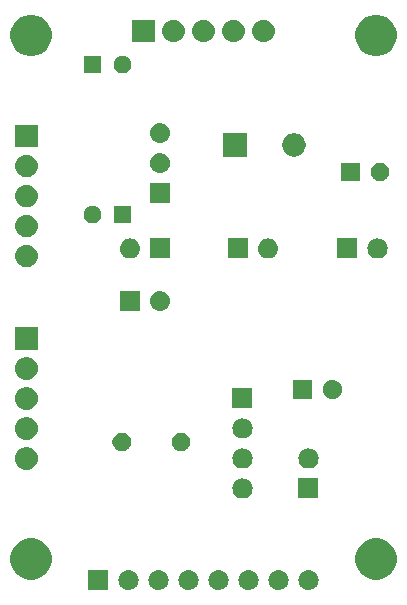
<source format=gbr>
G04 #@! TF.GenerationSoftware,KiCad,Pcbnew,(5.1.2-1)-1*
G04 #@! TF.CreationDate,2019-06-23T15:45:02-04:00*
G04 #@! TF.ProjectId,GR_555_DEV1.0,47525f35-3535-45f4-9445-56312e302e6b,rev?*
G04 #@! TF.SameCoordinates,Original*
G04 #@! TF.FileFunction,Soldermask,Bot*
G04 #@! TF.FilePolarity,Negative*
%FSLAX46Y46*%
G04 Gerber Fmt 4.6, Leading zero omitted, Abs format (unit mm)*
G04 Created by KiCad (PCBNEW (5.1.2-1)-1) date 2019-06-23 15:45:02*
%MOMM*%
%LPD*%
G04 APERTURE LIST*
%ADD10C,0.100000*%
G04 APERTURE END LIST*
D10*
G36*
X192698633Y-111303300D02*
G01*
X192826810Y-111342182D01*
X192858855Y-111351903D01*
X192898319Y-111372997D01*
X193006518Y-111430830D01*
X193135948Y-111537052D01*
X193242170Y-111666482D01*
X193272012Y-111722314D01*
X193321097Y-111814145D01*
X193321097Y-111814146D01*
X193369700Y-111974367D01*
X193386112Y-112141000D01*
X193369700Y-112307633D01*
X193330818Y-112435810D01*
X193321097Y-112467855D01*
X193300003Y-112507319D01*
X193242170Y-112615518D01*
X193135948Y-112744948D01*
X193006518Y-112851170D01*
X192898319Y-112909003D01*
X192858855Y-112930097D01*
X192826810Y-112939818D01*
X192698633Y-112978700D01*
X192573753Y-112991000D01*
X192490247Y-112991000D01*
X192365367Y-112978700D01*
X192237190Y-112939818D01*
X192205145Y-112930097D01*
X192165681Y-112909003D01*
X192057482Y-112851170D01*
X191928052Y-112744948D01*
X191821830Y-112615518D01*
X191763997Y-112507319D01*
X191742903Y-112467855D01*
X191733182Y-112435810D01*
X191694300Y-112307633D01*
X191677888Y-112141000D01*
X191694300Y-111974367D01*
X191742903Y-111814146D01*
X191742903Y-111814145D01*
X191791988Y-111722314D01*
X191821830Y-111666482D01*
X191928052Y-111537052D01*
X192057482Y-111430830D01*
X192165681Y-111372997D01*
X192205145Y-111351903D01*
X192237190Y-111342182D01*
X192365367Y-111303300D01*
X192490247Y-111291000D01*
X192573753Y-111291000D01*
X192698633Y-111303300D01*
X192698633Y-111303300D01*
G37*
G36*
X190158633Y-111303300D02*
G01*
X190286810Y-111342182D01*
X190318855Y-111351903D01*
X190358319Y-111372997D01*
X190466518Y-111430830D01*
X190595948Y-111537052D01*
X190702170Y-111666482D01*
X190732012Y-111722314D01*
X190781097Y-111814145D01*
X190781097Y-111814146D01*
X190829700Y-111974367D01*
X190846112Y-112141000D01*
X190829700Y-112307633D01*
X190790818Y-112435810D01*
X190781097Y-112467855D01*
X190760003Y-112507319D01*
X190702170Y-112615518D01*
X190595948Y-112744948D01*
X190466518Y-112851170D01*
X190358319Y-112909003D01*
X190318855Y-112930097D01*
X190286810Y-112939818D01*
X190158633Y-112978700D01*
X190033753Y-112991000D01*
X189950247Y-112991000D01*
X189825367Y-112978700D01*
X189697190Y-112939818D01*
X189665145Y-112930097D01*
X189625681Y-112909003D01*
X189517482Y-112851170D01*
X189388052Y-112744948D01*
X189281830Y-112615518D01*
X189223997Y-112507319D01*
X189202903Y-112467855D01*
X189193182Y-112435810D01*
X189154300Y-112307633D01*
X189137888Y-112141000D01*
X189154300Y-111974367D01*
X189202903Y-111814146D01*
X189202903Y-111814145D01*
X189251988Y-111722314D01*
X189281830Y-111666482D01*
X189388052Y-111537052D01*
X189517482Y-111430830D01*
X189625681Y-111372997D01*
X189665145Y-111351903D01*
X189697190Y-111342182D01*
X189825367Y-111303300D01*
X189950247Y-111291000D01*
X190033753Y-111291000D01*
X190158633Y-111303300D01*
X190158633Y-111303300D01*
G37*
G36*
X187618633Y-111303300D02*
G01*
X187746810Y-111342182D01*
X187778855Y-111351903D01*
X187818319Y-111372997D01*
X187926518Y-111430830D01*
X188055948Y-111537052D01*
X188162170Y-111666482D01*
X188192012Y-111722314D01*
X188241097Y-111814145D01*
X188241097Y-111814146D01*
X188289700Y-111974367D01*
X188306112Y-112141000D01*
X188289700Y-112307633D01*
X188250818Y-112435810D01*
X188241097Y-112467855D01*
X188220003Y-112507319D01*
X188162170Y-112615518D01*
X188055948Y-112744948D01*
X187926518Y-112851170D01*
X187818319Y-112909003D01*
X187778855Y-112930097D01*
X187746810Y-112939818D01*
X187618633Y-112978700D01*
X187493753Y-112991000D01*
X187410247Y-112991000D01*
X187285367Y-112978700D01*
X187157190Y-112939818D01*
X187125145Y-112930097D01*
X187085681Y-112909003D01*
X186977482Y-112851170D01*
X186848052Y-112744948D01*
X186741830Y-112615518D01*
X186683997Y-112507319D01*
X186662903Y-112467855D01*
X186653182Y-112435810D01*
X186614300Y-112307633D01*
X186597888Y-112141000D01*
X186614300Y-111974367D01*
X186662903Y-111814146D01*
X186662903Y-111814145D01*
X186711988Y-111722314D01*
X186741830Y-111666482D01*
X186848052Y-111537052D01*
X186977482Y-111430830D01*
X187085681Y-111372997D01*
X187125145Y-111351903D01*
X187157190Y-111342182D01*
X187285367Y-111303300D01*
X187410247Y-111291000D01*
X187493753Y-111291000D01*
X187618633Y-111303300D01*
X187618633Y-111303300D01*
G37*
G36*
X185078633Y-111303300D02*
G01*
X185206810Y-111342182D01*
X185238855Y-111351903D01*
X185278319Y-111372997D01*
X185386518Y-111430830D01*
X185515948Y-111537052D01*
X185622170Y-111666482D01*
X185652012Y-111722314D01*
X185701097Y-111814145D01*
X185701097Y-111814146D01*
X185749700Y-111974367D01*
X185766112Y-112141000D01*
X185749700Y-112307633D01*
X185710818Y-112435810D01*
X185701097Y-112467855D01*
X185680003Y-112507319D01*
X185622170Y-112615518D01*
X185515948Y-112744948D01*
X185386518Y-112851170D01*
X185278319Y-112909003D01*
X185238855Y-112930097D01*
X185206810Y-112939818D01*
X185078633Y-112978700D01*
X184953753Y-112991000D01*
X184870247Y-112991000D01*
X184745367Y-112978700D01*
X184617190Y-112939818D01*
X184585145Y-112930097D01*
X184545681Y-112909003D01*
X184437482Y-112851170D01*
X184308052Y-112744948D01*
X184201830Y-112615518D01*
X184143997Y-112507319D01*
X184122903Y-112467855D01*
X184113182Y-112435810D01*
X184074300Y-112307633D01*
X184057888Y-112141000D01*
X184074300Y-111974367D01*
X184122903Y-111814146D01*
X184122903Y-111814145D01*
X184171988Y-111722314D01*
X184201830Y-111666482D01*
X184308052Y-111537052D01*
X184437482Y-111430830D01*
X184545681Y-111372997D01*
X184585145Y-111351903D01*
X184617190Y-111342182D01*
X184745367Y-111303300D01*
X184870247Y-111291000D01*
X184953753Y-111291000D01*
X185078633Y-111303300D01*
X185078633Y-111303300D01*
G37*
G36*
X182538633Y-111303300D02*
G01*
X182666810Y-111342182D01*
X182698855Y-111351903D01*
X182738319Y-111372997D01*
X182846518Y-111430830D01*
X182975948Y-111537052D01*
X183082170Y-111666482D01*
X183112012Y-111722314D01*
X183161097Y-111814145D01*
X183161097Y-111814146D01*
X183209700Y-111974367D01*
X183226112Y-112141000D01*
X183209700Y-112307633D01*
X183170818Y-112435810D01*
X183161097Y-112467855D01*
X183140003Y-112507319D01*
X183082170Y-112615518D01*
X182975948Y-112744948D01*
X182846518Y-112851170D01*
X182738319Y-112909003D01*
X182698855Y-112930097D01*
X182666810Y-112939818D01*
X182538633Y-112978700D01*
X182413753Y-112991000D01*
X182330247Y-112991000D01*
X182205367Y-112978700D01*
X182077190Y-112939818D01*
X182045145Y-112930097D01*
X182005681Y-112909003D01*
X181897482Y-112851170D01*
X181768052Y-112744948D01*
X181661830Y-112615518D01*
X181603997Y-112507319D01*
X181582903Y-112467855D01*
X181573182Y-112435810D01*
X181534300Y-112307633D01*
X181517888Y-112141000D01*
X181534300Y-111974367D01*
X181582903Y-111814146D01*
X181582903Y-111814145D01*
X181631988Y-111722314D01*
X181661830Y-111666482D01*
X181768052Y-111537052D01*
X181897482Y-111430830D01*
X182005681Y-111372997D01*
X182045145Y-111351903D01*
X182077190Y-111342182D01*
X182205367Y-111303300D01*
X182330247Y-111291000D01*
X182413753Y-111291000D01*
X182538633Y-111303300D01*
X182538633Y-111303300D01*
G37*
G36*
X179998633Y-111303300D02*
G01*
X180126810Y-111342182D01*
X180158855Y-111351903D01*
X180198319Y-111372997D01*
X180306518Y-111430830D01*
X180435948Y-111537052D01*
X180542170Y-111666482D01*
X180572012Y-111722314D01*
X180621097Y-111814145D01*
X180621097Y-111814146D01*
X180669700Y-111974367D01*
X180686112Y-112141000D01*
X180669700Y-112307633D01*
X180630818Y-112435810D01*
X180621097Y-112467855D01*
X180600003Y-112507319D01*
X180542170Y-112615518D01*
X180435948Y-112744948D01*
X180306518Y-112851170D01*
X180198319Y-112909003D01*
X180158855Y-112930097D01*
X180126810Y-112939818D01*
X179998633Y-112978700D01*
X179873753Y-112991000D01*
X179790247Y-112991000D01*
X179665367Y-112978700D01*
X179537190Y-112939818D01*
X179505145Y-112930097D01*
X179465681Y-112909003D01*
X179357482Y-112851170D01*
X179228052Y-112744948D01*
X179121830Y-112615518D01*
X179063997Y-112507319D01*
X179042903Y-112467855D01*
X179033182Y-112435810D01*
X178994300Y-112307633D01*
X178977888Y-112141000D01*
X178994300Y-111974367D01*
X179042903Y-111814146D01*
X179042903Y-111814145D01*
X179091988Y-111722314D01*
X179121830Y-111666482D01*
X179228052Y-111537052D01*
X179357482Y-111430830D01*
X179465681Y-111372997D01*
X179505145Y-111351903D01*
X179537190Y-111342182D01*
X179665367Y-111303300D01*
X179790247Y-111291000D01*
X179873753Y-111291000D01*
X179998633Y-111303300D01*
X179998633Y-111303300D01*
G37*
G36*
X177458633Y-111303300D02*
G01*
X177586810Y-111342182D01*
X177618855Y-111351903D01*
X177658319Y-111372997D01*
X177766518Y-111430830D01*
X177895948Y-111537052D01*
X178002170Y-111666482D01*
X178032012Y-111722314D01*
X178081097Y-111814145D01*
X178081097Y-111814146D01*
X178129700Y-111974367D01*
X178146112Y-112141000D01*
X178129700Y-112307633D01*
X178090818Y-112435810D01*
X178081097Y-112467855D01*
X178060003Y-112507319D01*
X178002170Y-112615518D01*
X177895948Y-112744948D01*
X177766518Y-112851170D01*
X177658319Y-112909003D01*
X177618855Y-112930097D01*
X177586810Y-112939818D01*
X177458633Y-112978700D01*
X177333753Y-112991000D01*
X177250247Y-112991000D01*
X177125367Y-112978700D01*
X176997190Y-112939818D01*
X176965145Y-112930097D01*
X176925681Y-112909003D01*
X176817482Y-112851170D01*
X176688052Y-112744948D01*
X176581830Y-112615518D01*
X176523997Y-112507319D01*
X176502903Y-112467855D01*
X176493182Y-112435810D01*
X176454300Y-112307633D01*
X176437888Y-112141000D01*
X176454300Y-111974367D01*
X176502903Y-111814146D01*
X176502903Y-111814145D01*
X176551988Y-111722314D01*
X176581830Y-111666482D01*
X176688052Y-111537052D01*
X176817482Y-111430830D01*
X176925681Y-111372997D01*
X176965145Y-111351903D01*
X176997190Y-111342182D01*
X177125367Y-111303300D01*
X177250247Y-111291000D01*
X177333753Y-111291000D01*
X177458633Y-111303300D01*
X177458633Y-111303300D01*
G37*
G36*
X175602000Y-112991000D02*
G01*
X173902000Y-112991000D01*
X173902000Y-111291000D01*
X175602000Y-111291000D01*
X175602000Y-112991000D01*
X175602000Y-112991000D01*
G37*
G36*
X198757456Y-108680251D02*
G01*
X199075937Y-108812170D01*
X199362561Y-109003687D01*
X199606313Y-109247439D01*
X199797830Y-109534063D01*
X199929749Y-109852544D01*
X199997000Y-110190641D01*
X199997000Y-110535359D01*
X199929749Y-110873456D01*
X199797830Y-111191937D01*
X199606313Y-111478561D01*
X199362561Y-111722313D01*
X199075937Y-111913830D01*
X198757456Y-112045749D01*
X198419360Y-112113000D01*
X198074640Y-112113000D01*
X197736544Y-112045749D01*
X197418063Y-111913830D01*
X197131439Y-111722313D01*
X196887687Y-111478561D01*
X196696170Y-111191937D01*
X196564251Y-110873456D01*
X196497000Y-110535359D01*
X196497000Y-110190641D01*
X196564251Y-109852544D01*
X196696170Y-109534063D01*
X196887687Y-109247439D01*
X197131439Y-109003687D01*
X197418063Y-108812170D01*
X197736544Y-108680251D01*
X198074640Y-108613000D01*
X198419360Y-108613000D01*
X198757456Y-108680251D01*
X198757456Y-108680251D01*
G37*
G36*
X169547456Y-108680251D02*
G01*
X169865937Y-108812170D01*
X170152561Y-109003687D01*
X170396313Y-109247439D01*
X170587830Y-109534063D01*
X170719749Y-109852544D01*
X170787000Y-110190641D01*
X170787000Y-110535359D01*
X170719749Y-110873456D01*
X170587830Y-111191937D01*
X170396313Y-111478561D01*
X170152561Y-111722313D01*
X169865937Y-111913830D01*
X169547456Y-112045749D01*
X169209360Y-112113000D01*
X168864640Y-112113000D01*
X168526544Y-112045749D01*
X168208063Y-111913830D01*
X167921439Y-111722313D01*
X167677687Y-111478561D01*
X167486170Y-111191937D01*
X167354251Y-110873456D01*
X167287000Y-110535359D01*
X167287000Y-110190641D01*
X167354251Y-109852544D01*
X167486170Y-109534063D01*
X167677687Y-109247439D01*
X167921439Y-109003687D01*
X168208063Y-108812170D01*
X168526544Y-108680251D01*
X168864640Y-108613000D01*
X169209360Y-108613000D01*
X169547456Y-108680251D01*
X169547456Y-108680251D01*
G37*
G36*
X187110633Y-103556300D02*
G01*
X187238810Y-103595182D01*
X187270855Y-103604903D01*
X187310319Y-103625997D01*
X187418518Y-103683830D01*
X187547948Y-103790052D01*
X187654170Y-103919482D01*
X187712003Y-104027682D01*
X187733097Y-104067145D01*
X187733097Y-104067146D01*
X187781700Y-104227367D01*
X187798112Y-104394000D01*
X187781700Y-104560633D01*
X187742818Y-104688810D01*
X187733097Y-104720855D01*
X187712003Y-104760319D01*
X187654170Y-104868518D01*
X187547948Y-104997948D01*
X187418518Y-105104170D01*
X187310319Y-105162003D01*
X187270855Y-105183097D01*
X187238810Y-105192818D01*
X187110633Y-105231700D01*
X186985753Y-105244000D01*
X186902247Y-105244000D01*
X186777367Y-105231700D01*
X186649190Y-105192818D01*
X186617145Y-105183097D01*
X186577681Y-105162003D01*
X186469482Y-105104170D01*
X186340052Y-104997948D01*
X186233830Y-104868518D01*
X186175997Y-104760319D01*
X186154903Y-104720855D01*
X186145182Y-104688810D01*
X186106300Y-104560633D01*
X186089888Y-104394000D01*
X186106300Y-104227367D01*
X186154903Y-104067146D01*
X186154903Y-104067145D01*
X186175997Y-104027681D01*
X186233830Y-103919482D01*
X186340052Y-103790052D01*
X186469482Y-103683830D01*
X186577682Y-103625997D01*
X186617145Y-103604903D01*
X186649190Y-103595182D01*
X186777367Y-103556300D01*
X186902247Y-103544000D01*
X186985753Y-103544000D01*
X187110633Y-103556300D01*
X187110633Y-103556300D01*
G37*
G36*
X193382000Y-105244000D02*
G01*
X191682000Y-105244000D01*
X191682000Y-103544000D01*
X193382000Y-103544000D01*
X193382000Y-105244000D01*
X193382000Y-105244000D01*
G37*
G36*
X168842232Y-100917746D02*
G01*
X168940960Y-100947695D01*
X169021306Y-100972067D01*
X169021308Y-100972068D01*
X169186345Y-101060282D01*
X169331001Y-101178999D01*
X169449718Y-101323655D01*
X169537932Y-101488692D01*
X169592254Y-101667768D01*
X169610596Y-101854000D01*
X169592254Y-102040232D01*
X169537932Y-102219308D01*
X169449718Y-102384345D01*
X169331001Y-102529001D01*
X169186345Y-102647718D01*
X169186343Y-102647719D01*
X169021306Y-102735933D01*
X168940960Y-102760305D01*
X168842232Y-102790254D01*
X168702665Y-102804000D01*
X168609335Y-102804000D01*
X168469768Y-102790254D01*
X168371040Y-102760305D01*
X168290694Y-102735933D01*
X168125657Y-102647719D01*
X168125655Y-102647718D01*
X167980999Y-102529001D01*
X167862282Y-102384345D01*
X167774068Y-102219308D01*
X167719746Y-102040232D01*
X167701404Y-101854000D01*
X167719746Y-101667768D01*
X167774068Y-101488692D01*
X167862282Y-101323655D01*
X167980999Y-101178999D01*
X168125655Y-101060282D01*
X168290692Y-100972068D01*
X168290694Y-100972067D01*
X168371040Y-100947695D01*
X168469768Y-100917746D01*
X168609335Y-100904000D01*
X168702665Y-100904000D01*
X168842232Y-100917746D01*
X168842232Y-100917746D01*
G37*
G36*
X187110633Y-101016300D02*
G01*
X187238810Y-101055182D01*
X187270855Y-101064903D01*
X187310319Y-101085997D01*
X187418518Y-101143830D01*
X187547948Y-101250052D01*
X187654170Y-101379482D01*
X187712003Y-101487682D01*
X187733097Y-101527145D01*
X187733097Y-101527146D01*
X187781700Y-101687367D01*
X187798112Y-101854000D01*
X187781700Y-102020633D01*
X187742818Y-102148810D01*
X187733097Y-102180855D01*
X187712544Y-102219306D01*
X187654170Y-102328518D01*
X187547948Y-102457948D01*
X187418518Y-102564170D01*
X187310319Y-102622003D01*
X187270855Y-102643097D01*
X187238810Y-102652818D01*
X187110633Y-102691700D01*
X186985753Y-102704000D01*
X186902247Y-102704000D01*
X186777367Y-102691700D01*
X186649190Y-102652818D01*
X186617145Y-102643097D01*
X186577681Y-102622003D01*
X186469482Y-102564170D01*
X186340052Y-102457948D01*
X186233830Y-102328518D01*
X186175456Y-102219306D01*
X186154903Y-102180855D01*
X186145182Y-102148810D01*
X186106300Y-102020633D01*
X186089888Y-101854000D01*
X186106300Y-101687367D01*
X186154903Y-101527146D01*
X186154903Y-101527145D01*
X186175997Y-101487682D01*
X186233830Y-101379482D01*
X186340052Y-101250052D01*
X186469482Y-101143830D01*
X186577681Y-101085997D01*
X186617145Y-101064903D01*
X186649190Y-101055182D01*
X186777367Y-101016300D01*
X186902247Y-101004000D01*
X186985753Y-101004000D01*
X187110633Y-101016300D01*
X187110633Y-101016300D01*
G37*
G36*
X192698633Y-101016300D02*
G01*
X192826810Y-101055182D01*
X192858855Y-101064903D01*
X192898319Y-101085997D01*
X193006518Y-101143830D01*
X193135948Y-101250052D01*
X193242170Y-101379482D01*
X193300003Y-101487682D01*
X193321097Y-101527145D01*
X193321097Y-101527146D01*
X193369700Y-101687367D01*
X193386112Y-101854000D01*
X193369700Y-102020633D01*
X193330818Y-102148810D01*
X193321097Y-102180855D01*
X193300544Y-102219306D01*
X193242170Y-102328518D01*
X193135948Y-102457948D01*
X193006518Y-102564170D01*
X192898319Y-102622003D01*
X192858855Y-102643097D01*
X192826810Y-102652818D01*
X192698633Y-102691700D01*
X192573753Y-102704000D01*
X192490247Y-102704000D01*
X192365367Y-102691700D01*
X192237190Y-102652818D01*
X192205145Y-102643097D01*
X192165681Y-102622003D01*
X192057482Y-102564170D01*
X191928052Y-102457948D01*
X191821830Y-102328518D01*
X191763456Y-102219306D01*
X191742903Y-102180855D01*
X191733182Y-102148810D01*
X191694300Y-102020633D01*
X191677888Y-101854000D01*
X191694300Y-101687367D01*
X191742903Y-101527146D01*
X191742903Y-101527145D01*
X191763997Y-101487682D01*
X191821830Y-101379482D01*
X191928052Y-101250052D01*
X192057482Y-101143830D01*
X192165681Y-101085997D01*
X192205145Y-101064903D01*
X192237190Y-101055182D01*
X192365367Y-101016300D01*
X192490247Y-101004000D01*
X192573753Y-101004000D01*
X192698633Y-101016300D01*
X192698633Y-101016300D01*
G37*
G36*
X176970351Y-99687743D02*
G01*
X177073300Y-99730386D01*
X177115943Y-99748049D01*
X177246971Y-99835600D01*
X177358400Y-99947029D01*
X177445951Y-100078057D01*
X177445951Y-100078058D01*
X177506257Y-100223649D01*
X177537000Y-100378207D01*
X177537000Y-100535793D01*
X177506257Y-100690351D01*
X177463614Y-100793300D01*
X177445951Y-100835943D01*
X177358400Y-100966971D01*
X177246971Y-101078400D01*
X177115943Y-101165951D01*
X177084439Y-101179000D01*
X176970351Y-101226257D01*
X176815793Y-101257000D01*
X176658207Y-101257000D01*
X176503649Y-101226257D01*
X176389561Y-101179000D01*
X176358057Y-101165951D01*
X176227029Y-101078400D01*
X176115600Y-100966971D01*
X176028049Y-100835943D01*
X176010386Y-100793300D01*
X175967743Y-100690351D01*
X175937000Y-100535793D01*
X175937000Y-100378207D01*
X175967743Y-100223649D01*
X176028049Y-100078058D01*
X176028049Y-100078057D01*
X176115600Y-99947029D01*
X176227029Y-99835600D01*
X176358057Y-99748049D01*
X176400700Y-99730386D01*
X176503649Y-99687743D01*
X176658207Y-99657000D01*
X176815793Y-99657000D01*
X176970351Y-99687743D01*
X176970351Y-99687743D01*
G37*
G36*
X181970351Y-99687743D02*
G01*
X182073300Y-99730386D01*
X182115943Y-99748049D01*
X182246971Y-99835600D01*
X182358400Y-99947029D01*
X182445951Y-100078057D01*
X182445951Y-100078058D01*
X182506257Y-100223649D01*
X182537000Y-100378207D01*
X182537000Y-100535793D01*
X182506257Y-100690351D01*
X182463614Y-100793300D01*
X182445951Y-100835943D01*
X182358400Y-100966971D01*
X182246971Y-101078400D01*
X182115943Y-101165951D01*
X182084439Y-101179000D01*
X181970351Y-101226257D01*
X181815793Y-101257000D01*
X181658207Y-101257000D01*
X181503649Y-101226257D01*
X181389561Y-101179000D01*
X181358057Y-101165951D01*
X181227029Y-101078400D01*
X181115600Y-100966971D01*
X181028049Y-100835943D01*
X181010386Y-100793300D01*
X180967743Y-100690351D01*
X180937000Y-100535793D01*
X180937000Y-100378207D01*
X180967743Y-100223649D01*
X181028049Y-100078058D01*
X181028049Y-100078057D01*
X181115600Y-99947029D01*
X181227029Y-99835600D01*
X181358057Y-99748049D01*
X181400700Y-99730386D01*
X181503649Y-99687743D01*
X181658207Y-99657000D01*
X181815793Y-99657000D01*
X181970351Y-99687743D01*
X181970351Y-99687743D01*
G37*
G36*
X168842232Y-98377746D02*
G01*
X168940960Y-98407695D01*
X169021306Y-98432067D01*
X169021308Y-98432068D01*
X169186345Y-98520282D01*
X169331001Y-98638999D01*
X169449718Y-98783655D01*
X169537932Y-98948692D01*
X169592254Y-99127768D01*
X169610596Y-99314000D01*
X169592254Y-99500232D01*
X169537932Y-99679308D01*
X169449718Y-99844345D01*
X169331001Y-99989001D01*
X169186345Y-100107718D01*
X169186343Y-100107719D01*
X169021306Y-100195933D01*
X168940960Y-100220305D01*
X168842232Y-100250254D01*
X168702665Y-100264000D01*
X168609335Y-100264000D01*
X168469768Y-100250254D01*
X168371040Y-100220305D01*
X168290694Y-100195933D01*
X168125657Y-100107719D01*
X168125655Y-100107718D01*
X167980999Y-99989001D01*
X167862282Y-99844345D01*
X167774068Y-99679308D01*
X167719746Y-99500232D01*
X167701404Y-99314000D01*
X167719746Y-99127768D01*
X167774068Y-98948692D01*
X167862282Y-98783655D01*
X167980999Y-98638999D01*
X168125655Y-98520282D01*
X168290692Y-98432068D01*
X168290694Y-98432067D01*
X168371040Y-98407695D01*
X168469768Y-98377746D01*
X168609335Y-98364000D01*
X168702665Y-98364000D01*
X168842232Y-98377746D01*
X168842232Y-98377746D01*
G37*
G36*
X187110633Y-98476300D02*
G01*
X187238810Y-98515182D01*
X187270855Y-98524903D01*
X187310319Y-98545997D01*
X187418518Y-98603830D01*
X187547948Y-98710052D01*
X187654170Y-98839482D01*
X187712003Y-98947682D01*
X187733097Y-98987145D01*
X187733097Y-98987146D01*
X187781700Y-99147367D01*
X187798112Y-99314000D01*
X187781700Y-99480633D01*
X187742818Y-99608810D01*
X187733097Y-99640855D01*
X187724467Y-99657000D01*
X187654170Y-99788518D01*
X187547948Y-99917948D01*
X187418518Y-100024170D01*
X187317701Y-100078057D01*
X187270855Y-100103097D01*
X187238810Y-100112818D01*
X187110633Y-100151700D01*
X186985753Y-100164000D01*
X186902247Y-100164000D01*
X186777367Y-100151700D01*
X186649190Y-100112818D01*
X186617145Y-100103097D01*
X186570299Y-100078057D01*
X186469482Y-100024170D01*
X186340052Y-99917948D01*
X186233830Y-99788518D01*
X186163533Y-99657000D01*
X186154903Y-99640855D01*
X186145182Y-99608810D01*
X186106300Y-99480633D01*
X186089888Y-99314000D01*
X186106300Y-99147367D01*
X186154903Y-98987146D01*
X186154903Y-98987145D01*
X186175997Y-98947682D01*
X186233830Y-98839482D01*
X186340052Y-98710052D01*
X186469482Y-98603830D01*
X186577681Y-98545997D01*
X186617145Y-98524903D01*
X186649190Y-98515182D01*
X186777367Y-98476300D01*
X186902247Y-98464000D01*
X186985753Y-98464000D01*
X187110633Y-98476300D01*
X187110633Y-98476300D01*
G37*
G36*
X168842232Y-95837746D02*
G01*
X168940960Y-95867695D01*
X169021306Y-95892067D01*
X169021308Y-95892068D01*
X169186345Y-95980282D01*
X169331001Y-96098999D01*
X169449718Y-96243655D01*
X169537932Y-96408692D01*
X169592254Y-96587768D01*
X169610596Y-96774000D01*
X169592254Y-96960232D01*
X169537932Y-97139308D01*
X169449718Y-97304345D01*
X169331001Y-97449001D01*
X169186345Y-97567718D01*
X169186343Y-97567719D01*
X169021306Y-97655933D01*
X168940960Y-97680305D01*
X168842232Y-97710254D01*
X168702665Y-97724000D01*
X168609335Y-97724000D01*
X168469768Y-97710254D01*
X168371040Y-97680305D01*
X168290694Y-97655933D01*
X168125657Y-97567719D01*
X168125655Y-97567718D01*
X167980999Y-97449001D01*
X167862282Y-97304345D01*
X167774068Y-97139308D01*
X167719746Y-96960232D01*
X167701404Y-96774000D01*
X167719746Y-96587768D01*
X167774068Y-96408692D01*
X167862282Y-96243655D01*
X167980999Y-96098999D01*
X168125655Y-95980282D01*
X168290692Y-95892068D01*
X168290694Y-95892067D01*
X168371040Y-95867695D01*
X168469768Y-95837746D01*
X168609335Y-95824000D01*
X168702665Y-95824000D01*
X168842232Y-95837746D01*
X168842232Y-95837746D01*
G37*
G36*
X187794000Y-97624000D02*
G01*
X186094000Y-97624000D01*
X186094000Y-95924000D01*
X187794000Y-95924000D01*
X187794000Y-97624000D01*
X187794000Y-97624000D01*
G37*
G36*
X192864000Y-96812000D02*
G01*
X191264000Y-96812000D01*
X191264000Y-95212000D01*
X192864000Y-95212000D01*
X192864000Y-96812000D01*
X192864000Y-96812000D01*
G37*
G36*
X194797351Y-95242743D02*
G01*
X194900300Y-95285386D01*
X194942943Y-95303049D01*
X195073971Y-95390600D01*
X195185400Y-95502029D01*
X195272951Y-95633057D01*
X195272951Y-95633058D01*
X195333257Y-95778649D01*
X195364000Y-95933207D01*
X195364000Y-96090793D01*
X195333257Y-96245351D01*
X195290614Y-96348300D01*
X195272951Y-96390943D01*
X195185400Y-96521971D01*
X195073971Y-96633400D01*
X194942943Y-96720951D01*
X194900300Y-96738614D01*
X194797351Y-96781257D01*
X194642793Y-96812000D01*
X194485207Y-96812000D01*
X194330649Y-96781257D01*
X194227700Y-96738614D01*
X194185057Y-96720951D01*
X194054029Y-96633400D01*
X193942600Y-96521971D01*
X193855049Y-96390943D01*
X193837386Y-96348300D01*
X193794743Y-96245351D01*
X193764000Y-96090793D01*
X193764000Y-95933207D01*
X193794743Y-95778649D01*
X193855049Y-95633058D01*
X193855049Y-95633057D01*
X193942600Y-95502029D01*
X194054029Y-95390600D01*
X194185057Y-95303049D01*
X194227700Y-95285386D01*
X194330649Y-95242743D01*
X194485207Y-95212000D01*
X194642793Y-95212000D01*
X194797351Y-95242743D01*
X194797351Y-95242743D01*
G37*
G36*
X168842232Y-93297746D02*
G01*
X168940960Y-93327695D01*
X169021306Y-93352067D01*
X169021308Y-93352068D01*
X169186345Y-93440282D01*
X169331001Y-93558999D01*
X169449718Y-93703655D01*
X169537932Y-93868692D01*
X169592254Y-94047768D01*
X169610596Y-94234000D01*
X169592254Y-94420232D01*
X169537932Y-94599308D01*
X169449718Y-94764345D01*
X169331001Y-94909001D01*
X169186345Y-95027718D01*
X169186343Y-95027719D01*
X169021306Y-95115933D01*
X168940960Y-95140305D01*
X168842232Y-95170254D01*
X168702665Y-95184000D01*
X168609335Y-95184000D01*
X168469768Y-95170254D01*
X168371040Y-95140305D01*
X168290694Y-95115933D01*
X168125657Y-95027719D01*
X168125655Y-95027718D01*
X167980999Y-94909001D01*
X167862282Y-94764345D01*
X167774068Y-94599308D01*
X167719746Y-94420232D01*
X167701404Y-94234000D01*
X167719746Y-94047768D01*
X167774068Y-93868692D01*
X167862282Y-93703655D01*
X167980999Y-93558999D01*
X168125655Y-93440282D01*
X168290692Y-93352068D01*
X168290694Y-93352067D01*
X168371040Y-93327695D01*
X168469768Y-93297746D01*
X168609335Y-93284000D01*
X168702665Y-93284000D01*
X168842232Y-93297746D01*
X168842232Y-93297746D01*
G37*
G36*
X169606000Y-92644000D02*
G01*
X167706000Y-92644000D01*
X167706000Y-90744000D01*
X169606000Y-90744000D01*
X169606000Y-92644000D01*
X169606000Y-92644000D01*
G37*
G36*
X178269000Y-89369000D02*
G01*
X176569000Y-89369000D01*
X176569000Y-87669000D01*
X178269000Y-87669000D01*
X178269000Y-89369000D01*
X178269000Y-89369000D01*
G37*
G36*
X180125633Y-87681300D02*
G01*
X180253810Y-87720182D01*
X180285855Y-87729903D01*
X180325319Y-87750997D01*
X180433518Y-87808830D01*
X180562948Y-87915052D01*
X180669170Y-88044482D01*
X180727003Y-88152681D01*
X180748097Y-88192145D01*
X180748097Y-88192146D01*
X180796700Y-88352367D01*
X180813112Y-88519000D01*
X180796700Y-88685633D01*
X180757818Y-88813810D01*
X180748097Y-88845855D01*
X180727003Y-88885319D01*
X180669170Y-88993518D01*
X180562948Y-89122948D01*
X180433518Y-89229170D01*
X180325318Y-89287003D01*
X180285855Y-89308097D01*
X180253810Y-89317818D01*
X180125633Y-89356700D01*
X180000753Y-89369000D01*
X179917247Y-89369000D01*
X179792367Y-89356700D01*
X179664190Y-89317818D01*
X179632145Y-89308097D01*
X179592681Y-89287003D01*
X179484482Y-89229170D01*
X179355052Y-89122948D01*
X179248830Y-88993518D01*
X179190997Y-88885319D01*
X179169903Y-88845855D01*
X179160182Y-88813810D01*
X179121300Y-88685633D01*
X179104888Y-88519000D01*
X179121300Y-88352367D01*
X179169903Y-88192146D01*
X179169903Y-88192145D01*
X179190997Y-88152682D01*
X179248830Y-88044482D01*
X179355052Y-87915052D01*
X179484482Y-87808830D01*
X179592682Y-87750997D01*
X179632145Y-87729903D01*
X179664190Y-87720182D01*
X179792367Y-87681300D01*
X179917247Y-87669000D01*
X180000753Y-87669000D01*
X180125633Y-87681300D01*
X180125633Y-87681300D01*
G37*
G36*
X168842232Y-83772746D02*
G01*
X168940960Y-83802695D01*
X169021306Y-83827067D01*
X169021308Y-83827068D01*
X169186345Y-83915282D01*
X169331001Y-84033999D01*
X169449718Y-84178655D01*
X169537932Y-84343692D01*
X169592254Y-84522768D01*
X169610596Y-84709000D01*
X169592254Y-84895232D01*
X169537932Y-85074308D01*
X169449718Y-85239345D01*
X169331001Y-85384001D01*
X169186345Y-85502718D01*
X169186343Y-85502719D01*
X169021306Y-85590933D01*
X168940960Y-85615305D01*
X168842232Y-85645254D01*
X168702665Y-85659000D01*
X168609335Y-85659000D01*
X168469768Y-85645254D01*
X168371040Y-85615305D01*
X168290694Y-85590933D01*
X168125657Y-85502719D01*
X168125655Y-85502718D01*
X167980999Y-85384001D01*
X167862282Y-85239345D01*
X167774068Y-85074308D01*
X167719746Y-84895232D01*
X167701404Y-84709000D01*
X167719746Y-84522768D01*
X167774068Y-84343692D01*
X167862282Y-84178655D01*
X167980999Y-84033999D01*
X168125655Y-83915282D01*
X168290692Y-83827068D01*
X168290694Y-83827067D01*
X168371040Y-83802695D01*
X168469768Y-83772746D01*
X168609335Y-83759000D01*
X168702665Y-83759000D01*
X168842232Y-83772746D01*
X168842232Y-83772746D01*
G37*
G36*
X196684000Y-84924000D02*
G01*
X194984000Y-84924000D01*
X194984000Y-83224000D01*
X196684000Y-83224000D01*
X196684000Y-84924000D01*
X196684000Y-84924000D01*
G37*
G36*
X198540633Y-83236300D02*
G01*
X198668810Y-83275182D01*
X198700855Y-83284903D01*
X198740319Y-83305997D01*
X198848518Y-83363830D01*
X198977948Y-83470052D01*
X199084170Y-83599482D01*
X199142003Y-83707681D01*
X199163097Y-83747145D01*
X199163097Y-83747146D01*
X199211700Y-83907367D01*
X199228112Y-84074000D01*
X199211700Y-84240633D01*
X199180437Y-84343692D01*
X199163097Y-84400855D01*
X199142003Y-84440318D01*
X199084170Y-84548518D01*
X198977948Y-84677948D01*
X198848518Y-84784170D01*
X198740319Y-84842003D01*
X198700855Y-84863097D01*
X198668810Y-84872818D01*
X198540633Y-84911700D01*
X198415753Y-84924000D01*
X198332247Y-84924000D01*
X198207367Y-84911700D01*
X198079190Y-84872818D01*
X198047145Y-84863097D01*
X198007681Y-84842003D01*
X197899482Y-84784170D01*
X197770052Y-84677948D01*
X197663830Y-84548518D01*
X197605997Y-84440318D01*
X197584903Y-84400855D01*
X197567563Y-84343692D01*
X197536300Y-84240633D01*
X197519888Y-84074000D01*
X197536300Y-83907367D01*
X197584903Y-83747146D01*
X197584903Y-83747145D01*
X197605997Y-83707681D01*
X197663830Y-83599482D01*
X197770052Y-83470052D01*
X197899482Y-83363830D01*
X198007681Y-83305997D01*
X198047145Y-83284903D01*
X198079190Y-83275182D01*
X198207367Y-83236300D01*
X198332247Y-83224000D01*
X198415753Y-83224000D01*
X198540633Y-83236300D01*
X198540633Y-83236300D01*
G37*
G36*
X189269633Y-83236300D02*
G01*
X189397810Y-83275182D01*
X189429855Y-83284903D01*
X189469319Y-83305997D01*
X189577518Y-83363830D01*
X189706948Y-83470052D01*
X189813170Y-83599482D01*
X189871003Y-83707681D01*
X189892097Y-83747145D01*
X189892097Y-83747146D01*
X189940700Y-83907367D01*
X189957112Y-84074000D01*
X189940700Y-84240633D01*
X189909437Y-84343692D01*
X189892097Y-84400855D01*
X189871003Y-84440318D01*
X189813170Y-84548518D01*
X189706948Y-84677948D01*
X189577518Y-84784170D01*
X189469319Y-84842003D01*
X189429855Y-84863097D01*
X189397810Y-84872818D01*
X189269633Y-84911700D01*
X189144753Y-84924000D01*
X189061247Y-84924000D01*
X188936367Y-84911700D01*
X188808190Y-84872818D01*
X188776145Y-84863097D01*
X188736681Y-84842003D01*
X188628482Y-84784170D01*
X188499052Y-84677948D01*
X188392830Y-84548518D01*
X188334997Y-84440318D01*
X188313903Y-84400855D01*
X188296563Y-84343692D01*
X188265300Y-84240633D01*
X188248888Y-84074000D01*
X188265300Y-83907367D01*
X188313903Y-83747146D01*
X188313903Y-83747145D01*
X188334997Y-83707681D01*
X188392830Y-83599482D01*
X188499052Y-83470052D01*
X188628482Y-83363830D01*
X188736681Y-83305997D01*
X188776145Y-83284903D01*
X188808190Y-83275182D01*
X188936367Y-83236300D01*
X189061247Y-83224000D01*
X189144753Y-83224000D01*
X189269633Y-83236300D01*
X189269633Y-83236300D01*
G37*
G36*
X187413000Y-84924000D02*
G01*
X185713000Y-84924000D01*
X185713000Y-83224000D01*
X187413000Y-83224000D01*
X187413000Y-84924000D01*
X187413000Y-84924000D01*
G37*
G36*
X177585633Y-83236300D02*
G01*
X177713810Y-83275182D01*
X177745855Y-83284903D01*
X177785319Y-83305997D01*
X177893518Y-83363830D01*
X178022948Y-83470052D01*
X178129170Y-83599482D01*
X178187003Y-83707681D01*
X178208097Y-83747145D01*
X178208097Y-83747146D01*
X178256700Y-83907367D01*
X178273112Y-84074000D01*
X178256700Y-84240633D01*
X178225437Y-84343692D01*
X178208097Y-84400855D01*
X178187003Y-84440318D01*
X178129170Y-84548518D01*
X178022948Y-84677948D01*
X177893518Y-84784170D01*
X177785319Y-84842003D01*
X177745855Y-84863097D01*
X177713810Y-84872818D01*
X177585633Y-84911700D01*
X177460753Y-84924000D01*
X177377247Y-84924000D01*
X177252367Y-84911700D01*
X177124190Y-84872818D01*
X177092145Y-84863097D01*
X177052681Y-84842003D01*
X176944482Y-84784170D01*
X176815052Y-84677948D01*
X176708830Y-84548518D01*
X176650997Y-84440319D01*
X176629903Y-84400855D01*
X176612563Y-84343692D01*
X176581300Y-84240633D01*
X176564888Y-84074000D01*
X176581300Y-83907367D01*
X176629903Y-83747146D01*
X176629903Y-83747145D01*
X176650997Y-83707681D01*
X176708830Y-83599482D01*
X176815052Y-83470052D01*
X176944482Y-83363830D01*
X177052681Y-83305997D01*
X177092145Y-83284903D01*
X177124190Y-83275182D01*
X177252367Y-83236300D01*
X177377247Y-83224000D01*
X177460753Y-83224000D01*
X177585633Y-83236300D01*
X177585633Y-83236300D01*
G37*
G36*
X180809000Y-84924000D02*
G01*
X179109000Y-84924000D01*
X179109000Y-83224000D01*
X180809000Y-83224000D01*
X180809000Y-84924000D01*
X180809000Y-84924000D01*
G37*
G36*
X168842232Y-81232746D02*
G01*
X168940960Y-81262695D01*
X169021306Y-81287067D01*
X169021308Y-81287068D01*
X169186345Y-81375282D01*
X169331001Y-81493999D01*
X169449718Y-81638655D01*
X169537932Y-81803692D01*
X169592254Y-81982768D01*
X169610596Y-82169000D01*
X169592254Y-82355232D01*
X169537932Y-82534308D01*
X169449718Y-82699345D01*
X169331001Y-82844001D01*
X169186345Y-82962718D01*
X169186343Y-82962719D01*
X169021306Y-83050933D01*
X168940960Y-83075305D01*
X168842232Y-83105254D01*
X168702665Y-83119000D01*
X168609335Y-83119000D01*
X168469768Y-83105254D01*
X168371040Y-83075305D01*
X168290694Y-83050933D01*
X168125657Y-82962719D01*
X168125655Y-82962718D01*
X167980999Y-82844001D01*
X167862282Y-82699345D01*
X167774068Y-82534308D01*
X167719746Y-82355232D01*
X167701404Y-82169000D01*
X167719746Y-81982768D01*
X167774068Y-81803692D01*
X167862282Y-81638655D01*
X167980999Y-81493999D01*
X168125655Y-81375282D01*
X168290692Y-81287068D01*
X168290694Y-81287067D01*
X168371040Y-81262695D01*
X168469768Y-81232746D01*
X168609335Y-81219000D01*
X168702665Y-81219000D01*
X168842232Y-81232746D01*
X168842232Y-81232746D01*
G37*
G36*
X177534000Y-81953800D02*
G01*
X176034000Y-81953800D01*
X176034000Y-80453800D01*
X177534000Y-80453800D01*
X177534000Y-81953800D01*
X177534000Y-81953800D01*
G37*
G36*
X174391029Y-80464653D02*
G01*
X174532401Y-80507538D01*
X174662692Y-80577179D01*
X174776895Y-80670905D01*
X174870621Y-80785108D01*
X174940262Y-80915399D01*
X174983147Y-81056771D01*
X174997628Y-81203800D01*
X174983147Y-81350829D01*
X174940262Y-81492201D01*
X174870621Y-81622492D01*
X174776895Y-81736695D01*
X174662692Y-81830421D01*
X174532401Y-81900062D01*
X174391029Y-81942947D01*
X174280839Y-81953800D01*
X174207161Y-81953800D01*
X174096971Y-81942947D01*
X173955599Y-81900062D01*
X173825308Y-81830421D01*
X173711105Y-81736695D01*
X173617379Y-81622492D01*
X173547738Y-81492201D01*
X173504853Y-81350829D01*
X173490372Y-81203800D01*
X173504853Y-81056771D01*
X173547738Y-80915399D01*
X173617379Y-80785108D01*
X173711105Y-80670905D01*
X173825308Y-80577179D01*
X173955599Y-80507538D01*
X174096971Y-80464653D01*
X174207161Y-80453800D01*
X174280839Y-80453800D01*
X174391029Y-80464653D01*
X174391029Y-80464653D01*
G37*
G36*
X168842232Y-78692746D02*
G01*
X168940960Y-78722695D01*
X169021306Y-78747067D01*
X169021308Y-78747068D01*
X169186345Y-78835282D01*
X169331001Y-78953999D01*
X169449718Y-79098655D01*
X169537932Y-79263692D01*
X169592254Y-79442768D01*
X169610596Y-79629000D01*
X169592254Y-79815232D01*
X169537932Y-79994308D01*
X169449718Y-80159345D01*
X169331001Y-80304001D01*
X169186345Y-80422718D01*
X169107890Y-80464653D01*
X169021306Y-80510933D01*
X168940960Y-80535305D01*
X168842232Y-80565254D01*
X168702665Y-80579000D01*
X168609335Y-80579000D01*
X168469768Y-80565254D01*
X168371040Y-80535305D01*
X168290694Y-80510933D01*
X168204110Y-80464653D01*
X168125655Y-80422718D01*
X167980999Y-80304001D01*
X167862282Y-80159345D01*
X167774068Y-79994308D01*
X167719746Y-79815232D01*
X167701404Y-79629000D01*
X167719746Y-79442768D01*
X167774068Y-79263692D01*
X167862282Y-79098655D01*
X167980999Y-78953999D01*
X168125655Y-78835282D01*
X168290692Y-78747068D01*
X168290694Y-78747067D01*
X168371040Y-78722695D01*
X168469768Y-78692746D01*
X168609335Y-78679000D01*
X168702665Y-78679000D01*
X168842232Y-78692746D01*
X168842232Y-78692746D01*
G37*
G36*
X180809000Y-80225000D02*
G01*
X179109000Y-80225000D01*
X179109000Y-78525000D01*
X180809000Y-78525000D01*
X180809000Y-80225000D01*
X180809000Y-80225000D01*
G37*
G36*
X196888000Y-78397000D02*
G01*
X195288000Y-78397000D01*
X195288000Y-76797000D01*
X196888000Y-76797000D01*
X196888000Y-78397000D01*
X196888000Y-78397000D01*
G37*
G36*
X198821351Y-76827743D02*
G01*
X198924300Y-76870386D01*
X198966943Y-76888049D01*
X199097971Y-76975600D01*
X199209400Y-77087029D01*
X199296951Y-77218057D01*
X199296951Y-77218058D01*
X199357257Y-77363649D01*
X199388000Y-77518207D01*
X199388000Y-77675793D01*
X199357257Y-77830351D01*
X199335565Y-77882719D01*
X199296951Y-77975943D01*
X199209400Y-78106971D01*
X199097971Y-78218400D01*
X198966943Y-78305951D01*
X198924300Y-78323614D01*
X198821351Y-78366257D01*
X198666793Y-78397000D01*
X198509207Y-78397000D01*
X198354649Y-78366257D01*
X198251700Y-78323614D01*
X198209057Y-78305951D01*
X198078029Y-78218400D01*
X197966600Y-78106971D01*
X197879049Y-77975943D01*
X197840435Y-77882719D01*
X197818743Y-77830351D01*
X197788000Y-77675793D01*
X197788000Y-77518207D01*
X197818743Y-77363649D01*
X197879049Y-77218058D01*
X197879049Y-77218057D01*
X197966600Y-77087029D01*
X198078029Y-76975600D01*
X198209057Y-76888049D01*
X198251700Y-76870386D01*
X198354649Y-76827743D01*
X198509207Y-76797000D01*
X198666793Y-76797000D01*
X198821351Y-76827743D01*
X198821351Y-76827743D01*
G37*
G36*
X168842232Y-76152746D02*
G01*
X168940960Y-76182695D01*
X169021306Y-76207067D01*
X169021308Y-76207068D01*
X169186345Y-76295282D01*
X169331001Y-76413999D01*
X169449718Y-76558655D01*
X169537932Y-76723692D01*
X169592254Y-76902768D01*
X169610596Y-77089000D01*
X169592254Y-77275232D01*
X169592252Y-77275237D01*
X169542592Y-77438948D01*
X169537932Y-77454308D01*
X169449718Y-77619345D01*
X169331001Y-77764001D01*
X169186345Y-77882718D01*
X169186343Y-77882719D01*
X169021306Y-77970933D01*
X168940960Y-77995305D01*
X168842232Y-78025254D01*
X168702665Y-78039000D01*
X168609335Y-78039000D01*
X168469768Y-78025254D01*
X168371040Y-77995305D01*
X168290694Y-77970933D01*
X168125657Y-77882719D01*
X168125655Y-77882718D01*
X167980999Y-77764001D01*
X167862282Y-77619345D01*
X167774068Y-77454308D01*
X167769409Y-77438948D01*
X167719748Y-77275237D01*
X167719746Y-77275232D01*
X167701404Y-77089000D01*
X167719746Y-76902768D01*
X167774068Y-76723692D01*
X167862282Y-76558655D01*
X167980999Y-76413999D01*
X168125655Y-76295282D01*
X168290692Y-76207068D01*
X168290694Y-76207067D01*
X168371040Y-76182695D01*
X168469768Y-76152746D01*
X168609335Y-76139000D01*
X168702665Y-76139000D01*
X168842232Y-76152746D01*
X168842232Y-76152746D01*
G37*
G36*
X180125633Y-75997300D02*
G01*
X180253810Y-76036182D01*
X180285855Y-76045903D01*
X180325318Y-76066997D01*
X180433518Y-76124830D01*
X180562948Y-76231052D01*
X180669170Y-76360482D01*
X180727003Y-76468681D01*
X180748097Y-76508145D01*
X180748097Y-76508146D01*
X180796700Y-76668367D01*
X180813112Y-76835000D01*
X180796700Y-77001633D01*
X180770197Y-77089000D01*
X180748097Y-77161855D01*
X180727003Y-77201319D01*
X180669170Y-77309518D01*
X180562948Y-77438948D01*
X180433518Y-77545170D01*
X180325318Y-77603003D01*
X180285855Y-77624097D01*
X180253810Y-77633818D01*
X180125633Y-77672700D01*
X180000753Y-77685000D01*
X179917247Y-77685000D01*
X179792367Y-77672700D01*
X179664190Y-77633818D01*
X179632145Y-77624097D01*
X179592682Y-77603003D01*
X179484482Y-77545170D01*
X179355052Y-77438948D01*
X179248830Y-77309518D01*
X179190997Y-77201319D01*
X179169903Y-77161855D01*
X179147803Y-77089000D01*
X179121300Y-77001633D01*
X179104888Y-76835000D01*
X179121300Y-76668367D01*
X179169903Y-76508146D01*
X179169903Y-76508145D01*
X179190997Y-76468681D01*
X179248830Y-76360482D01*
X179355052Y-76231052D01*
X179484482Y-76124830D01*
X179592682Y-76066997D01*
X179632145Y-76045903D01*
X179664190Y-76036182D01*
X179792367Y-75997300D01*
X179917247Y-75985000D01*
X180000753Y-75985000D01*
X180125633Y-75997300D01*
X180125633Y-75997300D01*
G37*
G36*
X191600689Y-74349429D02*
G01*
X191782678Y-74424811D01*
X191946463Y-74534249D01*
X192085751Y-74673537D01*
X192195189Y-74837322D01*
X192270571Y-75019311D01*
X192309000Y-75212509D01*
X192309000Y-75409491D01*
X192270571Y-75602689D01*
X192195189Y-75784678D01*
X192085751Y-75948463D01*
X191946463Y-76087751D01*
X191782678Y-76197189D01*
X191600689Y-76272571D01*
X191407491Y-76311000D01*
X191210509Y-76311000D01*
X191017311Y-76272571D01*
X190835322Y-76197189D01*
X190671537Y-76087751D01*
X190532249Y-75948463D01*
X190422811Y-75784678D01*
X190347429Y-75602689D01*
X190309000Y-75409491D01*
X190309000Y-75212509D01*
X190347429Y-75019311D01*
X190422811Y-74837322D01*
X190532249Y-74673537D01*
X190671537Y-74534249D01*
X190835322Y-74424811D01*
X191017311Y-74349429D01*
X191210509Y-74311000D01*
X191407491Y-74311000D01*
X191600689Y-74349429D01*
X191600689Y-74349429D01*
G37*
G36*
X187309000Y-76311000D02*
G01*
X185309000Y-76311000D01*
X185309000Y-74311000D01*
X187309000Y-74311000D01*
X187309000Y-76311000D01*
X187309000Y-76311000D01*
G37*
G36*
X169606000Y-75499000D02*
G01*
X167706000Y-75499000D01*
X167706000Y-73599000D01*
X169606000Y-73599000D01*
X169606000Y-75499000D01*
X169606000Y-75499000D01*
G37*
G36*
X180125633Y-73457300D02*
G01*
X180253810Y-73496182D01*
X180285855Y-73505903D01*
X180325318Y-73526997D01*
X180433518Y-73584830D01*
X180562948Y-73691052D01*
X180669170Y-73820482D01*
X180727003Y-73928682D01*
X180748097Y-73968145D01*
X180748097Y-73968146D01*
X180796700Y-74128367D01*
X180813112Y-74295000D01*
X180796700Y-74461633D01*
X180757818Y-74589810D01*
X180748097Y-74621855D01*
X180727003Y-74661318D01*
X180669170Y-74769518D01*
X180562948Y-74898948D01*
X180433518Y-75005170D01*
X180325319Y-75063003D01*
X180285855Y-75084097D01*
X180253810Y-75093818D01*
X180125633Y-75132700D01*
X180000753Y-75145000D01*
X179917247Y-75145000D01*
X179792367Y-75132700D01*
X179664190Y-75093818D01*
X179632145Y-75084097D01*
X179592682Y-75063003D01*
X179484482Y-75005170D01*
X179355052Y-74898948D01*
X179248830Y-74769518D01*
X179190997Y-74661318D01*
X179169903Y-74621855D01*
X179160182Y-74589810D01*
X179121300Y-74461633D01*
X179104888Y-74295000D01*
X179121300Y-74128367D01*
X179169903Y-73968146D01*
X179169903Y-73968145D01*
X179190997Y-73928682D01*
X179248830Y-73820482D01*
X179355052Y-73691052D01*
X179484482Y-73584830D01*
X179592682Y-73526997D01*
X179632145Y-73505903D01*
X179664190Y-73496182D01*
X179792367Y-73457300D01*
X179917247Y-73445000D01*
X180000753Y-73445000D01*
X180125633Y-73457300D01*
X180125633Y-73457300D01*
G37*
G36*
X174994000Y-69253800D02*
G01*
X173494000Y-69253800D01*
X173494000Y-67753800D01*
X174994000Y-67753800D01*
X174994000Y-69253800D01*
X174994000Y-69253800D01*
G37*
G36*
X176931029Y-67764653D02*
G01*
X177072401Y-67807538D01*
X177202692Y-67877179D01*
X177316895Y-67970905D01*
X177410621Y-68085108D01*
X177480262Y-68215399D01*
X177523147Y-68356771D01*
X177537628Y-68503800D01*
X177523147Y-68650829D01*
X177480262Y-68792201D01*
X177410621Y-68922492D01*
X177316895Y-69036695D01*
X177202692Y-69130421D01*
X177072401Y-69200062D01*
X176931029Y-69242947D01*
X176820839Y-69253800D01*
X176747161Y-69253800D01*
X176636971Y-69242947D01*
X176495599Y-69200062D01*
X176365308Y-69130421D01*
X176251105Y-69036695D01*
X176157379Y-68922492D01*
X176087738Y-68792201D01*
X176044853Y-68650829D01*
X176030372Y-68503800D01*
X176044853Y-68356771D01*
X176087738Y-68215399D01*
X176157379Y-68085108D01*
X176251105Y-67970905D01*
X176365308Y-67877179D01*
X176495599Y-67807538D01*
X176636971Y-67764653D01*
X176747161Y-67753800D01*
X176820839Y-67753800D01*
X176931029Y-67764653D01*
X176931029Y-67764653D01*
G37*
G36*
X169547456Y-64357251D02*
G01*
X169865937Y-64489170D01*
X170152561Y-64680687D01*
X170396313Y-64924439D01*
X170587830Y-65211063D01*
X170719749Y-65529544D01*
X170787000Y-65867641D01*
X170787000Y-66212359D01*
X170719749Y-66550456D01*
X170587830Y-66868937D01*
X170396313Y-67155561D01*
X170152561Y-67399313D01*
X169865937Y-67590830D01*
X169547456Y-67722749D01*
X169209360Y-67790000D01*
X168864640Y-67790000D01*
X168526544Y-67722749D01*
X168208063Y-67590830D01*
X167921439Y-67399313D01*
X167677687Y-67155561D01*
X167486170Y-66868937D01*
X167354251Y-66550456D01*
X167287000Y-66212359D01*
X167287000Y-65867641D01*
X167354251Y-65529544D01*
X167486170Y-65211063D01*
X167677687Y-64924439D01*
X167921439Y-64680687D01*
X168208063Y-64489170D01*
X168526544Y-64357251D01*
X168864640Y-64290000D01*
X169209360Y-64290000D01*
X169547456Y-64357251D01*
X169547456Y-64357251D01*
G37*
G36*
X198757456Y-64357251D02*
G01*
X199075937Y-64489170D01*
X199362561Y-64680687D01*
X199606313Y-64924439D01*
X199797830Y-65211063D01*
X199929749Y-65529544D01*
X199997000Y-65867641D01*
X199997000Y-66212359D01*
X199929749Y-66550456D01*
X199797830Y-66868937D01*
X199606313Y-67155561D01*
X199362561Y-67399313D01*
X199075937Y-67590830D01*
X198757456Y-67722749D01*
X198419360Y-67790000D01*
X198074640Y-67790000D01*
X197736544Y-67722749D01*
X197418063Y-67590830D01*
X197131439Y-67399313D01*
X196887687Y-67155561D01*
X196696170Y-66868937D01*
X196564251Y-66550456D01*
X196497000Y-66212359D01*
X196497000Y-65867641D01*
X196564251Y-65529544D01*
X196696170Y-65211063D01*
X196887687Y-64924439D01*
X197131439Y-64680687D01*
X197418063Y-64489170D01*
X197736544Y-64357251D01*
X198074640Y-64290000D01*
X198419360Y-64290000D01*
X198757456Y-64357251D01*
X198757456Y-64357251D01*
G37*
G36*
X188908232Y-64722746D02*
G01*
X189006960Y-64752695D01*
X189087306Y-64777067D01*
X189087308Y-64777068D01*
X189252345Y-64865282D01*
X189397001Y-64983999D01*
X189515718Y-65128655D01*
X189603932Y-65293692D01*
X189658254Y-65472768D01*
X189676596Y-65659000D01*
X189658254Y-65845232D01*
X189603932Y-66024308D01*
X189515718Y-66189345D01*
X189397001Y-66334001D01*
X189252345Y-66452718D01*
X189252343Y-66452719D01*
X189087306Y-66540933D01*
X189055912Y-66550456D01*
X188908232Y-66595254D01*
X188768665Y-66609000D01*
X188675335Y-66609000D01*
X188535768Y-66595254D01*
X188388088Y-66550456D01*
X188356694Y-66540933D01*
X188191657Y-66452719D01*
X188191655Y-66452718D01*
X188046999Y-66334001D01*
X187928282Y-66189345D01*
X187840068Y-66024308D01*
X187785746Y-65845232D01*
X187767404Y-65659000D01*
X187785746Y-65472768D01*
X187840068Y-65293692D01*
X187928282Y-65128655D01*
X188046999Y-64983999D01*
X188191655Y-64865282D01*
X188356692Y-64777068D01*
X188356694Y-64777067D01*
X188437040Y-64752695D01*
X188535768Y-64722746D01*
X188675335Y-64709000D01*
X188768665Y-64709000D01*
X188908232Y-64722746D01*
X188908232Y-64722746D01*
G37*
G36*
X179512000Y-66609000D02*
G01*
X177612000Y-66609000D01*
X177612000Y-64709000D01*
X179512000Y-64709000D01*
X179512000Y-66609000D01*
X179512000Y-66609000D01*
G37*
G36*
X181288232Y-64722746D02*
G01*
X181386960Y-64752695D01*
X181467306Y-64777067D01*
X181467308Y-64777068D01*
X181632345Y-64865282D01*
X181777001Y-64983999D01*
X181895718Y-65128655D01*
X181983932Y-65293692D01*
X182038254Y-65472768D01*
X182056596Y-65659000D01*
X182038254Y-65845232D01*
X181983932Y-66024308D01*
X181895718Y-66189345D01*
X181777001Y-66334001D01*
X181632345Y-66452718D01*
X181632343Y-66452719D01*
X181467306Y-66540933D01*
X181435912Y-66550456D01*
X181288232Y-66595254D01*
X181148665Y-66609000D01*
X181055335Y-66609000D01*
X180915768Y-66595254D01*
X180768088Y-66550456D01*
X180736694Y-66540933D01*
X180571657Y-66452719D01*
X180571655Y-66452718D01*
X180426999Y-66334001D01*
X180308282Y-66189345D01*
X180220068Y-66024308D01*
X180165746Y-65845232D01*
X180147404Y-65659000D01*
X180165746Y-65472768D01*
X180220068Y-65293692D01*
X180308282Y-65128655D01*
X180426999Y-64983999D01*
X180571655Y-64865282D01*
X180736692Y-64777068D01*
X180736694Y-64777067D01*
X180817040Y-64752695D01*
X180915768Y-64722746D01*
X181055335Y-64709000D01*
X181148665Y-64709000D01*
X181288232Y-64722746D01*
X181288232Y-64722746D01*
G37*
G36*
X183828232Y-64722746D02*
G01*
X183926960Y-64752695D01*
X184007306Y-64777067D01*
X184007308Y-64777068D01*
X184172345Y-64865282D01*
X184317001Y-64983999D01*
X184435718Y-65128655D01*
X184523932Y-65293692D01*
X184578254Y-65472768D01*
X184596596Y-65659000D01*
X184578254Y-65845232D01*
X184523932Y-66024308D01*
X184435718Y-66189345D01*
X184317001Y-66334001D01*
X184172345Y-66452718D01*
X184172343Y-66452719D01*
X184007306Y-66540933D01*
X183975912Y-66550456D01*
X183828232Y-66595254D01*
X183688665Y-66609000D01*
X183595335Y-66609000D01*
X183455768Y-66595254D01*
X183308088Y-66550456D01*
X183276694Y-66540933D01*
X183111657Y-66452719D01*
X183111655Y-66452718D01*
X182966999Y-66334001D01*
X182848282Y-66189345D01*
X182760068Y-66024308D01*
X182705746Y-65845232D01*
X182687404Y-65659000D01*
X182705746Y-65472768D01*
X182760068Y-65293692D01*
X182848282Y-65128655D01*
X182966999Y-64983999D01*
X183111655Y-64865282D01*
X183276692Y-64777068D01*
X183276694Y-64777067D01*
X183357040Y-64752695D01*
X183455768Y-64722746D01*
X183595335Y-64709000D01*
X183688665Y-64709000D01*
X183828232Y-64722746D01*
X183828232Y-64722746D01*
G37*
G36*
X186368232Y-64722746D02*
G01*
X186466960Y-64752695D01*
X186547306Y-64777067D01*
X186547308Y-64777068D01*
X186712345Y-64865282D01*
X186857001Y-64983999D01*
X186975718Y-65128655D01*
X187063932Y-65293692D01*
X187118254Y-65472768D01*
X187136596Y-65659000D01*
X187118254Y-65845232D01*
X187063932Y-66024308D01*
X186975718Y-66189345D01*
X186857001Y-66334001D01*
X186712345Y-66452718D01*
X186712343Y-66452719D01*
X186547306Y-66540933D01*
X186515912Y-66550456D01*
X186368232Y-66595254D01*
X186228665Y-66609000D01*
X186135335Y-66609000D01*
X185995768Y-66595254D01*
X185848088Y-66550456D01*
X185816694Y-66540933D01*
X185651657Y-66452719D01*
X185651655Y-66452718D01*
X185506999Y-66334001D01*
X185388282Y-66189345D01*
X185300068Y-66024308D01*
X185245746Y-65845232D01*
X185227404Y-65659000D01*
X185245746Y-65472768D01*
X185300068Y-65293692D01*
X185388282Y-65128655D01*
X185506999Y-64983999D01*
X185651655Y-64865282D01*
X185816692Y-64777068D01*
X185816694Y-64777067D01*
X185897040Y-64752695D01*
X185995768Y-64722746D01*
X186135335Y-64709000D01*
X186228665Y-64709000D01*
X186368232Y-64722746D01*
X186368232Y-64722746D01*
G37*
M02*

</source>
